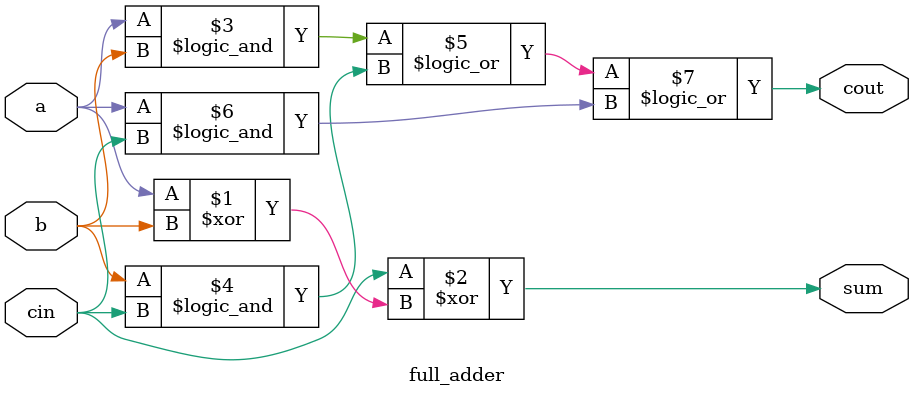
<source format=v>
`timescale 1ns / 1ps


module full_adder(
    input a,        // 1bit inpiut a    
    input b,        // 1bit input b
    input cin,      // carry-in signal
    output cout,    // carry_out signal
    output sum      // result of sum
    );
    
    assign sum = cin ^ (a^b);   // equation derived from full adder truth table
    assign cout = a&&b || b&&cin || a&&cin;  // equation derived from full adder truth table
endmodule

</source>
